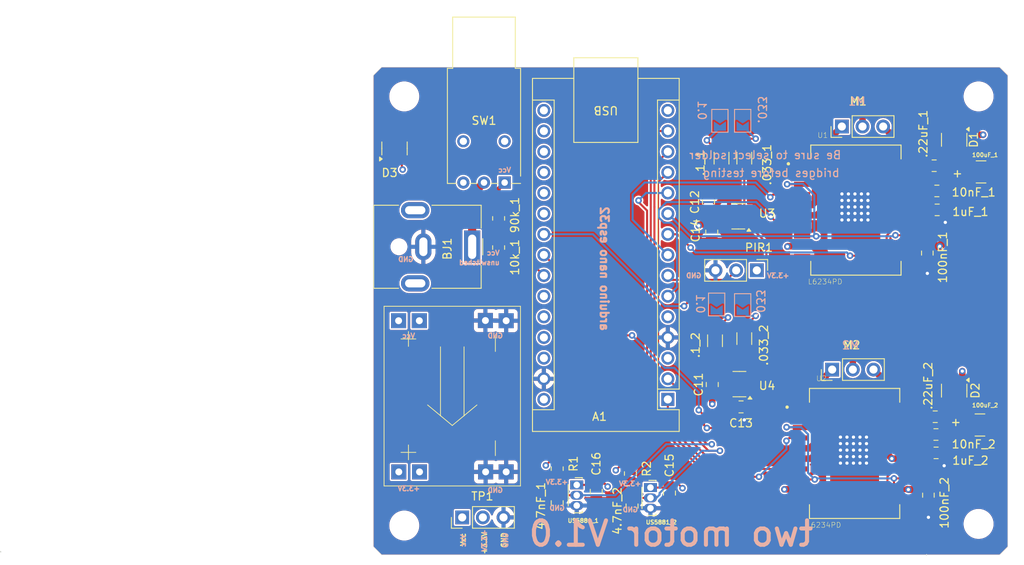
<source format=kicad_pcb>
(kicad_pcb (version 20240108) (generator "pcbnew") (generator_version "8.0")
  (layers (0 "F.Cu" signal) (1 "In1.Cu" signal) (2 "In2.Cu" signal) (31 "B.Cu" signal) (34 "B.Paste" user) (35 "F.Paste" user) (36 "B.SilkS" user "B.Silkscreen") (37 "F.SilkS" user "F.Silkscreen") (38 "B.Mask" user) (39 "F.Mask" user) (44 "Edge.Cuts" user))
  (net 0 "")
  (net 1 "VBOOT1")
  (net 2 "GND")
  (net 3 "VCP1")
  (net 4 "VREF1")
  (net 5 "Vcc")
  (net 6 "VBOOT2")
  (net 7 "VREF2")
  (net 8 "VCP2")
  (net 10 "M1_IN2")
  (net 11 "V1")
  (net 12 "U1")
  (net 13 "M1_IN1")
  (net 14 "M1_IN3")
  (net 15 "W1")
  (net 16 "W2")
  (net 17 "M2_IN3")
  (net 18 "M2_IN1")
  (net 19 "U2")
  (net 20 "V2")
  (net 21 "M2_IN2")
  (net 24 "PIR")
  (net 25 "SENSE1_2_out")
  (net 26 "Vcc_sense")
  (net 31 "+3.3V")
  (net 32 "SENSE1_1_out")
  (net 33 "M2_EN")
  (net 35 "M1_EN")
  (net 41 "Net-(SW1-B)")
  (net 42 "Net-(U3-REF)")
  (net 43 "Net-(U4-REF)")
  (net 44 "SENSE1_1")
  (net 45 "SENSE1_2")
  (net 47 "Net-(JP1-B)")
  (net 48 "Net-(JP3-B)")
  (net 49 "Net-(JP4-B)")
  (net 50 "Net-(.033_1-Pad2)")
  (net 51 "HS2")
  (net 52 "HS1")
  (net 53 "Net-(10nF_1-Pad1)")
  (net 54 "Net-(10nF_2-Pad1)")
  (footprint "Converter_DCDC:my_buck_boost" (layer "F.Cu") (at 147.7 133.475 -90)
    (property "Reference" "U5" (hide yes))
    (property "Value" "my_buck_boost" (hide yes))
  )
  (footprint "Capacitor_SMD:C_1210_3225Metric" (layer "F.Cu") (at 212.704 105.89)
    (property "Reference" "100uF_1")
    (property "Value" "100uF")
  )
  (footprint "Capacitor_SMD:C_0805_2012Metric" (layer "F.Cu") (at 206.1 115.8745 -90)
    (property "Reference" "100nF_1")
    (property "Value" "100nF")
  )
  (footprint "Capacitor_SMD:C_0805_2012Metric" (layer "F.Cu") (at 207.31 110.56)
    (property "Reference" "1uF_1")
    (property "Value" "1uF")
  )
  (footprint "SOIC127P1420X360-21N" (layer "F.Cu") (at 197.32 110.59)
    (property "Reference" "U1")
    (property "Value" "L6234PD")
  )
  (footprint "Capacitor_SMD:C_0805_2012Metric" (layer "F.Cu") (at 207.2725 108.23 180)
    (property "Reference" "10nF_1")
    (property "Value" "10nF")
  )
  (footprint "Capacitor_SMD:C_0805_2012Metric" (layer "F.Cu") (at 206.9405 105.128 180)
    (property "Reference" ".22uF_1")
    (property "Value" ".22uF")
  )
  (footprint "SOIC127P1420X360-21N" (layer "F.Cu") (at 197.16 140.53)
    (property "Reference" "U2")
    (property "Value" "L6234PD")
  )
  (footprint "Capacitor_SMD:C_0805_2012Metric" (layer "F.Cu") (at 207.07 136.012 180)
    (property "Reference" ".22uF_2")
    (property "Value" ".22uF")
  )
  (footprint "Capacitor_SMD:C_0805_2012Metric" (layer "F.Cu") (at 207.16 138.2 180)
    (property "Reference" "10nF_2")
    (property "Value" "10nF")
  )
  (footprint "Capacitor_SMD:C_1210_3225Metric" (layer "F.Cu") (at 212.57 137.028)
    (property "Reference" "100uF_2")
    (property "Value" "100uF")
  )
  (footprint "Capacitor_SMD:C_0805_2012Metric" (layer "F.Cu") (at 206.234 145.664 -90)
    (property "Reference" "100nF_2")
    (property "Value" "100nF")
  )
  (footprint "Capacitor_SMD:C_0805_2012Metric" (layer "F.Cu") (at 207.1775 140.46)
    (property "Reference" "1uF_2")
    (property "Value" "1uF")
  )
  (footprint "Connector_PinHeader_2.54mm:PinHeader_1x03_P2.54mm_Vertical" (layer "F.Cu") (at 195.593 100.305 90)
    (property "Reference" "M1")
    (property "Value" "Conn_01x03")
  )
  (footprint "Connector_PinHeader_2.54mm:PinHeader_1x03_P2.54mm_Vertical" (layer "F.Cu") (at 194.4025 130.21 90)
    (property "Reference" "M2")
    (property "Value" "Conn_01x03")
  )
  (footprint "Connector_BarrelJack:BarrelJack_CUI_PJ-063AH_Horizontal" (layer "F.Cu") (at 150.145 115.1 -90)
    (property "Reference" "BJ1")
    (property "Value" "Barrel_Jack")
  )
  (footprint "MountingHole:MountingHole_3.2mm_M3" (layer "F.Cu") (at 212.4 149.2)
    (property "Reference" "REF**" (hide yes))
    (property "Value" "MountingHole_3.2mm_M3" (hide yes))
  )
  (footprint "Button_Switch_THT:SW_NKK_BB15AH" (layer "F.Cu") (at 154.14 107.2 180)
    (property "Reference" "SW1")
    (property "Value" "SW_SPDT")
  )
  (footprint "MountingHole:MountingHole_3.2mm_M3" (layer "F.Cu") (at 141.8 149.4)
    (property "Reference" "REF**" (hide yes))
    (property "Value" "MountingHole_3.2mm_M3" (hide yes))
  )
  (footprint "MountingHole:MountingHole_3.2mm_M3" (layer "F.Cu") (at 212.4 96.6)
    (property "Reference" "REF**" (hide yes))
    (property "Value" "MountingHole_3.2mm_M3" (hide yes))
  )
  (footprint "Sensor_Current:Diodes_SIP-3_4.1x1.5mm_P1.27mm" (layer "F.Cu") (at 163 144.4 -90)
    (property "Reference" "US5881_1")
    (property "Value" "hall_effect_three_wire")
  )
  (footprint "Resistor_SMD:R_0805_2012Metric" (layer "F.Cu") (at 160.6 142.4 -90)
    (property "Reference" "R1")
    (property "Value" "10k")
  )
  (footprint "Capacitor_SMD:C_0805_2012Metric" (layer "F.Cu") (at 169.8 147 -90)
    (property "Reference" "4.7nF_2")
    (property "Value" "4.7nF")
  )
  (footprint "Resistor_SMD:R_0805_2012Metric" (layer "F.Cu") (at 153.4 111.60625 -90)
    (property "Reference" "90k_1")
    (property "Value" "90k")
  )
  (footprint "Connector_PinHeader_2.54mm:PinHeader_1x03_P2.54mm_Vertical" (layer "F.Cu") (at 185.14 118 -90)
    (property "Reference" "PIR1")
    (property "Value" "Conn_01x03")
  )
  (footprint "Resistor_SMD:R_0805_2012Metric" (layer "F.Cu") (at 153.4 115.19375 -90)
    (property "Reference" "10k_1")
    (property "Value" "10k")
  )
  (footprint "Package_TO_SOT_SMD:SOT-23-6" (layer "F.Cu") (at 183 132 180)
    (property "Reference" "U4")
    (property "Value" "INA181")
  )
  (footprint "Resistor_SMD:R_1206_3216Metric" (layer "F.Cu") (at 180.8 104.2 90)
    (property "Reference" ".1_1")
    (property "Value" ".1")
  )
  (footprint "Resistor_SMD:R_1206_3216Metric" (layer "F.Cu") (at 183.6 104.2 90)
    (property "Reference" ".033_1")
    (property "Value" ".033")
  )
  (footprint "Capacitor_SMD:C_0805_2012Metric" (layer "F.Cu") (at 179.6625 132.05 90)
    (property "Reference" "C11")
    (property "Value" "100nF")
  )
  (footprint "Package_TO_SOT_SMD:SOT-23-3" (layer "F.Cu") (at 209.4 132.8 -90)
    (property "Reference" "D2")
    (property "Value" "BAT54S")
  )
  (footprint "Resistor_SMD:R_0805_2012Metric" (layer "F.Cu") (at 169.6 143 -90)
    (property "Reference" "R2")
    (property "Value" "10k")
  )
  (footprint "Package_TO_SOT_SMD:SOT-23-3" (layer "F.Cu") (at 140.6 103 90)
    (property "Reference" "D3")
    (property "Value" "BAT54S")
  )
  (footprint "Capacitor_SMD:C_0805_2012Metric" (layer "F.Cu") (at 183.2 134.8)
    (property "Reference" "C13")
    (property "Value" "100nF")
  )
  (footprint "Connector_PinHeader_2.54mm:PinHeader_1x03_P2.54mm_Vertical" (layer "F.Cu") (at 148.92 148.4 90)
    (property "Reference" "TP1")
    (property "Value" "Conn_01x03")
  )
  (footprint "Capacitor_SMD:C_0805_2012Metric" (layer "F.Cu") (at 179.2 109.6 90)
    (property "Reference" "C12")
    (property "Value" "100nF")
  )
  (footprint "Module:Arduino_Nano" (layer "F.Cu") (at 174.2 133.88 180)
    (property "Reference" "A1")
    (property "Value" "Arduino_Nano_ESP32")
  )
  (footprint "Sensor_Current:Diodes_SIP-3_4.1x1.5mm_P1.27mm" (layer "F.Cu") (at 172.065 144.73 -90)
    (property "Reference" "US5881_2")
    (property "Value" "hall_effect_three_wire")
  )
  (footprint "Capacitor_SMD:C_0805_2012Metric" (layer "F.Cu") (at 165.4 145.2 -90)
    (property "Reference" "C16")
    (property "Value" "100nF")
  )
  (footprint "MountingHole:MountingHole_3.2mm_M3" (layer "F.Cu") (at 141.8 96.6)
    (property "Reference" "REF**" (hide yes))
    (property "Value" "MountingHole_3.2mm_M3" (hide yes))
  )
  (footprint "Resistor_SMD:R_1206_3216Metric" (layer "F.Cu") (at 180 126.6625 90)
    (property "Reference" ".1_2")
    (property "Value" ".1")
  )
  (footprint "Resistor_SMD:R_1206_3216Metric" (layer "F.Cu") (at 183.6 126.4 90)
    (property "Reference" ".033_2")
    (property "Value" ".033")
  )
  (footprint "Package_TO_SOT_SMD:SOT-23-3" (layer "F.Cu") (at 209.4 101.9375 -90)
    (property "Reference" "D1")
    (property "Value" "BAT54S")
  )
  (footprint "Capacitor_SMD:C_0805_2012Metric" (layer "F.Cu") (at 160.6 146.6 -90)
    (property "Reference" "4.7nF_1")
    (property "Value" "4.7nF")
  )
  (footprint "Package_TO_SOT_SMD:SOT-23-6" (layer "F.Cu") (at 182.8625 111.35 180)
    (property "Reference" "U3")
    (property "Value" "INA181")
  )
  (footprint "Capacitor_SMD:C_0805_2012Metric" (layer "F.Cu") (at 179.6 113.3 -90)
    (property "Reference" "C14")
    (property "Value" "100nF")
  )
  (footprint "Capacitor_SMD:C_0805_2012Metric" (layer "F.Cu") (at 174.4 145.4 -90)
    (property "Reference" "C15")
    (property "Value" "100nF")
  )
  (footprint "Jumper:SolderJumper-2_P1.3mm_Open_TrianglePad1.0x1.5mm" (layer "B.Cu") (at 183.4 99.6 -90)
    (property "Reference" "JP5" (hide yes))
    (property "Value" "SolderJumper_2_Open")
  )
  (footprint "Jumper:SolderJumper-2_P1.3mm_Open_TrianglePad1.0x1.5mm" (layer "B.Cu") (at 180.6 99.6 -90)
    (property "Reference" "JP1" (hide yes))
    (property "Value" "SolderJumper_2_Open")
  )
  (footprint "Jumper:SolderJumper-2_P1.3mm_Open_TrianglePad1.0x1.5mm" (layer "B.Cu") (at 180.2 122.2 -90)
    (property "Reference" "JP4" (hide yes))
    (property "Value" "SolderJumper_2_Open")
  )
  (footprint "Jumper:SolderJumper-2_P1.3mm_Open_TrianglePad1.0x1.5mm" (layer "B.Cu") (at 183.4 122.275 -90)
    (property "Reference" "JP3" (hide yes))
    (property "Value" "SolderJumper_2_Open")
  )
  (gr_line (start 206.004826 152.991364) (end 206 153) (stroke (width 0.099999)) (layer "Edge.Cuts"))
  (gr_poly (pts (xy 139 93) (xy 138 94) (xy 138 152) (xy 139 153) (xy 215 153) (xy 216 152) (xy 216 94) (xy 215 93)) (stroke (width 0.05)) (fill none) (layer "Edge.Cuts"))
  (gr_line (start 205.958344 153.022352) (end 205.955804 153.022098) (stroke (width 0.099999)) (layer "Edge.Cuts"))
  (gr_line (start 206.008636 152.97206) (end 206.008382 152.9746) (stroke (width 0.099999)) (layer "Edge.Cuts"))
  (gr_line (start 92.20454 152.640037) (end 92.202 152.640291) (stroke (width 0.099999)) (layer "Edge.Cuts"))
  (gr_line (start 92.160344 152.617939) (end 92.155517 152.609303) (stroke (width 0.099999)) (layer "Edge.Cuts"))
  (gr_line (start 92.152723 152.599905) (end 92.151707 152.589999) (stroke (width 0.099999)) (layer "Edge.Cuts"))
  (gr_line (start 205.986284 153.013716) (end 205.977648 153.018542) (stroke (width 0.099999)) (layer "Edge.Cuts"))
  (gr_line (start 92.155517 152.609303) (end 92.152723 152.599905) (stroke (width 0.099999)) (layer "Edge.Cuts"))
  (gr_line (start 92.16644 152.625559) (end 92.160344 152.617939) (stroke (width 0.099999)) (layer "Edge.Cuts"))
  (gr_line (start 92.202 152.640291) (end 92.192094 152.639275) (stroke (width 0.099999)) (layer "Edge.Cuts"))
  (gr_line (start 206.008382 152.96952) (end 206.008636 152.97206) (stroke (width 0.099999)) (layer "Edge.Cuts"))
  (gr_line (start 205.96825 153.021336) (end 205.958344 153.022352) (stroke (width 0.099999)) (layer "Edge.Cuts"))
  (gr_line (start 92.174059 152.631655) (end 92.16644 152.625559) (stroke (width 0.099999)) (layer "Edge.Cuts"))
  (gr_line (start 92.151707 152.589999) (end 92.151962 152.587459) (stroke (width 0.099999)) (layer "Edge.Cuts"))
  (gr_line (start 205.977648 153.018542) (end 205.96825 153.021336) (stroke (width 0.099999)) (layer "Edge.Cuts"))
  (gr_line (start 92.182696 152.636481) (end 92.174059 152.631655) (stroke (width 0.099999)) (layer "Edge.Cuts"))
  (gr_line (start 206 153) (end 205.993904 153.00762) (stroke (width 0.099999)) (layer "Edge.Cuts"))
  (gr_line (start 92.192094 152.639275) (end 92.182696 152.636481) (stroke (width 0.099999)) (layer "Edge.Cuts"))
  (gr_line (start 206.00762 152.981966) (end 206.004826 152.991364) (stroke (width 0.099999)) (layer "Edge.Cuts"))
  (gr_line (start 205.993904 153.00762) (end 205.986284 153.013716) (stroke (width 0.099999)) (layer "Edge.Cuts"))
  (gr_line (start 206.008382 152.9746) (end 206.00762 152.981966) (stroke (width 0.099999)) (layer "Edge.Cuts"))
  (gr_text "unswitched\n" (at 153.6 117.4 0) (layer "B.SilkS") (effects (font (size 0.6 0.6)) (justify left bottom mirror)))
  (gr_text "Be sure to select solder" (at 195.6 104.4 0) (layer "B.SilkS") (effects (font (size 1 1)) (justify left bottom mirror)))
  (gr_text "+3.3V\n" (at 143.8 145.2 0) (layer "B.SilkS") (effects (font (size 0.6 0.6)) (justify left bottom mirror)))
  (gr_text "+3.3V\n" (at 152 149.8 90) (layer "B.SilkS") (effects (font (size 0.6 0.6)) (justify left bottom mirror)))
  (gr_text "GND" (at 154 126.4 0) (layer "B.SilkS") (effects (font (size 0.6 0.6)) (justify left bottom mirror)))
  (gr_text "bridges before testing" (at 195.4 106.6 0) (layer "B.SilkS") (effects (font (size 1 1)) (justify left bottom mirror)))
  (gr_text "+3.3V\n" (at 162 144.4 0) (layer "B.SilkS") (effects (font (size 0.6 0.6)) (justify left bottom mirror)))
  (gr_text "GND" (at 178.4 119 0) (layer "B.SilkS") (effects (font (size 0.6 0.6)) (justify left bottom mirror)))
  (gr_text "0.1\n" (at 177.6 123.4 270) (layer "B.SilkS") (effects (font (size 1 1)) (justify left bottom mirror)))
  (gr_text ".033" (at 185.2 100 -90) (layer "B.SilkS") (effects (font (size 1 1)) (justify left bottom mirror)))
  (gr_text "GND" (at 154.6 150.2 90) (layer "B.SilkS") (effects (font (size 0.6 0.6)) (justify left bottom mirror)))
  (gr_text "+3.3V\n" (at 171 144.6 0) (layer "B.SilkS") (effects (font (size 0.6 0.6)) (justify left bottom mirror)))
  (gr_text "arduino nano esp32" (at 166.4 117.8 -90) (layer "B.SilkS") (effects (font (size 1 1) (thickness 0.25) (bold yes)) (justify mirror)))
  (gr_text "GND" (at 161.6 147.6 0) (layer "B.SilkS") (effects (font (size 0.6 0.6)) (justify left bottom mirror)))
  (gr_text "M1" (at 198.6 97.8 0) (layer "B.SilkS") (effects (font (size 1 1)) (justify left bottom mirror)))
  (gr_text ".033" (at 185 123.8 -90) (layer "B.SilkS") (effects (font (size 1 1)) (justify left bottom mirror)))
  (gr_text "two motor V1.0" (at 174.6 150.4 0) (layer "B.SilkS") (effects (font (size 3 3) (thickness 0.5) (bold yes)) (justify mirror)))
  (gr_text "Vcc" (at 143.2 126.4 0) (layer "B.SilkS") (effects (font (size 0.6 0.6)) (justify left bottom mirror)))
  (gr_text "+3.3V\n" (at 189.2 119 0) (layer "B.SilkS") (effects (font (size 0.6 0.6)) (justify left bottom mirror)))
  (gr_text "M2" (at 197.8 127.8 0) (layer "B.SilkS") (effects (font (size 1 1)) (justify left bottom mirror)))
  (gr_text "GND" (at 143 117 0) (layer "B.SilkS") (effects (font (size 0.6 0.6)) (justify left bottom mirror)))
  (gr_text "Vcc" (at 153.6 116.2 0) (layer "B.SilkS") (effects (font (size 0.6 0.6)) (justify left bottom mirror)))
  (gr_text "GND" (at 170.6 147.8 0) (layer "B.SilkS") (effects (font (size 0.6 0.6)) (justify left bottom mirror)))
  (gr_text "Vcc" (at 155 106 0) (layer "B.SilkS") (effects (font (size 0.6 0.6)) (justify left bottom mirror)))
  (gr_text "0.1\n" (at 177.8 99.6 270) (layer "B.SilkS") (effects (font (size 1 1)) (justify left bottom mirror)))
  (gr_text "GND" (at 154 145.4 0) (layer "B.SilkS") (effects (font (size 0.6 0.6)) (justify left bottom mirror)))
  (gr_text "Vcc\n" (at 149.4 150.4 90) (layer "B.SilkS") (effects (font (size 0.6 0.6)) (justify left bottom mirror)))
  (gr_text "+" (at 209.8 106.2 180) (layer "F.SilkS") (effects (font (size 1 1))))
  (gr_text "Vcc\n" (at 149.4 152 90) (layer "F.SilkS") (effects (font (size 0.6 0.6)) (justify left bottom)))
  (gr_text "GND" (at 154.4 152.2 90) (layer "F.SilkS") (effects (font (size 0.6 0.6)) (justify left bottom)))
  (gr_text "+3.3V\n" (at 152 153 90) (layer "F.SilkS") (effects (font (size 0.6 0.6)) (justify left bottom)))
  (gr_text "+" (at 209.6 136.8 180) (layer "F.SilkS") (effects (font (size 1 1))))
  (segment (start 208.1475 104.87) (end 208.1475 101.5725) (width 0.25) (layer "F.Cu") (net 1))
  (segment (start 207.591263 105.426237) (end 207.591263 106.248737) (width 0.25) (layer "F.Cu") (net 1))
  (segment (start 203.93 107.415) (end 205.6025 107.415) (width 0.25) (layer "F.Cu") (net 1))
  (segment (start 208.1475 101.5725) (end 208.39 101.33) (width 0.25) (layer "F.Cu") (net 1))
  (segment (start 205.6025 107.415) (end 206.4475 106.57) (width 0.25) (layer "F.Cu") (net 1))
  (segment (start 206.4475 106.57) (end 207.27 106.57) (width 0.25) (layer "F.Cu") (net 1))
  (segment (start 208.1475 104.87) (end 207.591263 105.426237) (width 0.25) (layer "F.Cu") (net 1))
  (segment (start 207.591263 106.248737) (end 207.27 106.57) (width 0.25) (layer "F.Cu") (net 1))
  (segment (start 208.1075 141.9775) (end 208.17 142.04) (width 0.25) (layer "F.Cu") (net 2))
  (segment (start 208.1075 140.5) (end 208.1075 141.9775) (width 0.25) (layer "F.Cu") (net 2))
  (segment (start 214.104 103.2615) (end 214.2405 103.125) (width 1) (layer "F.Cu") (net 2))
  (segment (start 205.8775 146.245) (end 206.234 146.6015) (width 0.25) (layer "F.Cu") (net 2))
  (segment (start 206.1 116.812) (end 206.1 118.375) (width 0.8) (layer "F.Cu") (net 2))
  (segment (start 203.93 116.305) (end 205.593 116.305) (width 0.8) (layer "F.Cu") (net 2))
  (segment (start 203.77 146.245) (end 205.8775 146.245) (width 0.25) (layer "F.Cu") (net 2))
  (segment (start 206.234 146.6015) (end 206.234 148.3885) (width 1) (layer "F.Cu") (net 2))
  (segment (start 213.97 137.028) (end 213.97 135.603) (width 1) (layer "F.Cu") (net 2))
  (segment (start 184.15 134.8) (end 184.15 135.85) (width 0.25) (layer "F.Cu") (net 2))
  (segment (start 208.2475 110.56) (end 208.2475 112.0375) (width 0.25) (layer "F.Cu") (net 2))
  (segment (start 184.15 135.85) (end 183.6 136.4) (width 0.25) (layer "F.Cu") (net 2))
  (segment (start 213.97 135.603) (end 214.108 135.465) (width 1) (layer "F.Cu") (net 2))
  (segment (start 203.93 106.145) (end 203.93 104.875) (width 0.25) (layer "F.Cu") (net 2))
  (segment (start 214.108 135.465) (end 214.108 134.678) (width 1) (layer "F.Cu") (net 2))
  (segment (start 214.104 105.89) (end 214.104 103.2615) (width 1) (layer "F.Cu") (net 2))
  (segment (start 205.593 116.305) (end 206.1 116.812) (width 0.8) (layer "F.Cu") (net 2))
  (segment (start 203.93 104.875) (end 206.2675 104.875) (width 0.25) (layer "F.Cu") (net 2))
  (segment (start 208.2475 112.0375) (end 208.31 112.1) (width 0.25) (layer "F.Cu") (net 2))
  (via (at 208.31 112.1) (size 0.8) (drill 0.4) (layers "F.Cu" "B.Cu") (net 2))
  (via (at 198 111.8) (size 0.8) (drill 0.4) (layers "F.Cu" "B.Cu") (net 2))
  (via (at 197.2 111.8) (size 0.8) (drill 0.4) (layers "F.Cu" "B.Cu") (net 2))
  (via (at 196.4 111.8) (size 0.8) (drill 0.4) (layers "F.Cu" "B.Cu") (net 2))
  (via (at 195.6 111.8) (size 0.8) (drill 0.4) (layers "F.Cu" "B.Cu") (net 2))
  (via (at 198.8 111) (size 0.8) (drill 0.4) (layers "F.Cu" "B.Cu") (net 2))
  (via (at 198 111) (size 0.8) (drill 0.4) (layers "F.Cu" "B.Cu") (net 2))
  (via (at 197.2 111) (size 0.8) (drill 0.4) (layers "F.Cu" "B.Cu") (net 2))
  (via (at 196.4 111) (size 0.8) (drill 0.4) (layers "F.Cu" "B.Cu") (net 2))
  (via (at 195.6 111) (size 0.8) (drill 0.4) (layers "F.Cu" "B.Cu") (net 2))
  (via (at 198.8 110.2) (size 0.8) (drill 0.4) (layers "F.Cu" "B.Cu") (net 2))
  (via (at 198 110.2) (size 0.8) (drill 0.4) (layers "F.Cu" "B.Cu") (net 2))
  (via (at 197.2 110.2) (size 0.8) (drill 0.4) (layers "F.Cu" "B.Cu") (net 2))
  (via (at 196.4 110.2) (size 0.8) (drill 0.4) (layers "F.Cu" "B.Cu") (net 2))
  (via (at 195.6 110.2) (size 0.8) (drill 0.4) (layers "F.Cu" "B.Cu") (net 2))
  (via (at 198.8 109.4) (size 0.8) (drill 0.4) (layers "F.Cu" "B.Cu") (net 2))
  (via (at 198 109.4) (size 0.8) (drill 0.4) (layers "F.Cu" "B.Cu") (net 2))
  (via (at 197.2 109.4) (size 0.8) (drill 0.4) (layers "F.Cu" "B.Cu") (net 2))
  (via (at 196.4 109.4) (size 0.8) (drill 0.4) (layers "F.Cu" "B.Cu") (net 2))
  (via (at 195.6 109.4) (size 0.8) (drill 0.4) (layers "F.Cu" "B.Cu") (net 2))
  (via (at 198.8 108.6) (size 0.8) (drill 0.4) (layers "F.Cu" "B.Cu") (net 2))
  (via (at 198 108.6) (size 0.8) (drill 0.4) (layers "F.Cu" "B.Cu") (net 2))
  (via (at 197.2 108.6) (size 0.8) (drill 0.4) (layers "F.Cu" "B.Cu") (net 2))
  (via (at 196.4 108.6) (size 0.8) (drill 0.4) (layers "F.Cu" "B.Cu") (net 2))
  (via (at 195.6 108.6) (size 0.8) (drill 0.4) (layers "F.Cu" "B.Cu") (net 2))
  (via (at 197.82 140.92) (size 0.8) (drill 0.4) (layers "F.Cu" "B.Cu") (net 2))
  (via (at 198.62 140.92) (size 0.8) (drill 0.4) (layers "F.Cu" "B.Cu") (net 2))
  (via (at 197.82 141.72) (size 0.8) (drill 0.4) (layers "F.Cu" "B.Cu") (net 2))
  (via (at 197.02 141.72) (size 0.8) (drill 0.4) (layers "F.Cu" "B.Cu") (net 2))
  (via (at 196.22 141.72) (size 0.8) (drill 0.4) (layers "F.Cu" "B.Cu") (net 2))
  (via (at 195.42 141.72) (size 0.8) (drill 0.4) (layers "F.Cu" "B.Cu") (net 2))
  (via (at 197.02 139.32) (size 0.8) (drill 0.4) (layers "F.Cu" "B.Cu") (net 2))
  (via (at 198.62 139.32) (size 0.8) (drill 0.4) (layers "F.Cu" "B.Cu") (net 2))
  (via (at 195.42 140.12) (size 0.8) (drill 0.4) (layers "F.Cu" "B.Cu") (net 2))
  (via (at 195.42 139.32) (size 0.8) (drill 0.4) (layers "F.Cu" "B.Cu") (net 2))
  (via (at 197.82 139.32) (size 0.8) (drill 0.4) (layers "F.Cu" "B.Cu") (net 2))
  (via (at 198.62 138.52) (size 0.8) (drill 0.4) (layers "F.Cu" "B.Cu") (net 2))
  (via (at 196.22 140.12) (size 0.8) (drill 0.4) (layers "F.Cu" "B.Cu") (net 2))
  (via (at 196.22 138.52) (size 0.8) (drill 0.4) (layers "F.Cu" "B.Cu") (net 2))
  (via (at 197.82 138.52) (size 0.8) (drill 0.4) (layers "F.Cu" "B.Cu") (net 2))
  (via (at 196.22 139.32) (size 0.8) (drill 0.4) (layers "F.Cu" "B.Cu") (net 2))
  (via (at 197.02 138.52) (size 0.8) (drill 0.4) (layers "F.Cu" "B.Cu") (net 2))
  (via (at 197.02 140.12) (size 0.8) (drill 0.4) (layers "F.Cu" "B.Cu") (net 2))
  (via (at 198.62 140.12) (size 0.8) (drill 0.4) (layers "F.Cu" "B.Cu") (net 2))
  (via (at 197.82 140.12) (size 0.8) (drill 0.4) (layers "F.Cu" "B.Cu") (net 2))
  (via (at 198.62 141.72) (size 0.8) (drill 0.4) (layers "F.Cu" "B.Cu") (net 2))
  (via (at 196.22 140.92) (size 0.8) (drill 0.4) (layers "F.Cu" "B.Cu") (net 2))
  (via (at 197.02 140.92) (size 0.8) (drill 0.4) (layers "F.Cu" "B.Cu") (net 2))
  (via (at 195.42 140.92) (size 0.8) (drill 0.4) (layers "F.Cu" "B.Cu") (net 2))
  (via (at 195.42 138.52) (size 0.8) (drill 0.4) (layers "F.Cu" "B.Cu") (net 2))
  (via (at 208.17 142.04) (size 0.8) (drill 0.4) (layers "F.Cu" "B.Cu") (net 2))
  (via (at 198.8 111.8) (size 0.8) (drill 0.4) (layers "F.Cu" "B.Cu") (net 2))
  (via (at 206.1 118.375) (size 0.8) (drill 0.4) (layers "F.Cu" "B.Cu") (net 2))
  (via (at 206.234 148.3885) (size 0.8) (drill 0.4) (layers "F.Cu" "B.Cu") (net 2))
  (via (at 183.6 136.4) (size 0.8) (drill 0.4) (layers "F.Cu" "B.Cu") (net 2))
  (segment (start 203.93 108.685) (end 205.88 108.685) (width 0.25) (layer "F.Cu") (net 3))
  (segment (start 205.88 108.685) (end 206.335 108.23) (width 0.25) (layer "F.Cu") (net 3))
  (segment (start 203.93 109.955) (end 205.7675 109.955) (width 0.25) (layer "F.Cu") (net 4))
  (segment (start 205.7675 109.955) (end 206.3725 110.56) (width 0.25) (layer "F.Cu") (net 4))
  (segment (start 206.2275 115.0525) (end 203.9475 115.0525) (width 0.8) (layer "F.Cu") (net 5))
  (segment (start 190.32 144.945) (end 188.535 144.945) (width 0.8) (layer "F.Cu") (net 5))
  (segment (start 205.9275 144.9325) (end 203.6475 144.9325) (width 0.8) (layer "F.Cu") (net 5))
  (segment (start 206.26 144.9325) (end 206.0375 144.9325) (width 0.8) (layer "F.Cu") (net 5))
  (segment (start 188.535 144.945) (end 188.53 144.95) (width 0.8) (layer "F.Cu") (net 5))
  (segment (start 203.6475 144.9325) (end 203.63 144.915) (width 0.8) (layer "F.Cu") (net 5))
  (segment (start 206.0375 144.9325) (end 205.9275 144.9325) (width 0.8) (layer "F.Cu") (net 5))
  (segment (start 206.0875 144.9925) (end 203.8075 144.9925) (width 0.8) (layer "F.Cu") (net 5))
  (segment (start 208.8825 144.9925) (end 206.42 144.9925) (width 0.8) (layer "F.Cu") (net 5))
  (segment (start 206.1975 144.9925) (end 206.0875 144.9925) (width 0.8) (layer "F.Cu") (net 5))
  (segment (start 206.42 144.9925) (end 206.1975 144.9925) (width 0.8) (layer "F.Cu") (net 5))
  (segment (start 203.8075 144.9925) (end 203.79 144.975) (width 0.8) (layer "F.Cu") (net 5))
  (segment (start 212.958 101.318) (end 212.958 101.318) (width 0.8) (layer "F.Cu") (net 5))
  (segment (start 211.07 142.88) (end 208.92 145.03) (width 0.8) (layer "F.Cu") (net 5))
  (segment (start 153.4 110.69375) (end 152.7 110.69375) (width 0.5) (layer "F.Cu") (net 5))
  (segment (start 211.202 101.318) (end 212.958 101.318) (width 0.8) (layer "F.Cu") (net 5))
  (segment (start 188.93875 115.035) (end 188.89875 115.075) (width 0.8) (layer "F.Cu") (net 5))
  (segment (start 210.4 132.05) (end 210.232 132.218) (width 0.8) (layer "F.Cu") (net 5))
  (segment (start 211.202 101.318) (end 211.304 101.42) (width 1) (layer "F.Cu") (net 5))
  (segment (start 211.304 111.354) (end 211.304 105.89) (width 1) (layer "F.Cu") (net 5))
  (segment (start 211.304 101.42) (end 211.304 105.89) (width 1) (layer "F.Cu") (net 5))
  (segment (start 206.56 115.0525) (end 206.3375 115.0525) (width 0.8) (layer "F.Cu") (net 5))
  (segment (start 206.197 115.034) (end 206.1 114.937) (width 1) (layer "F.Cu") (net 5))
  (segment (start 203.9475 115.0525) (end 203.93 115.035) (width 0.8) (layer "F.Cu") (net 5))
  (segment (start 210.4 130.4) (end 210.4 132.05) (width 0.8) (layer "F.Cu") (net 5))
  (segment (start 153.4 107.94) (end 154.14 107.2) (width 0.5) (layer "F.Cu") (net 5))
  (segment (start 210.29 101.33) (end 211.19 101.33) (width 0.8) (layer "F.Cu") (net 5))
  (segment (start 153.4 110.69375) (end 153.4 107.94) (width 0.5) (layer "F.Cu") (net 5))
  (segment (start 211.07 133.056) (end 210.232 132.218) (width 0.8) (layer "F.Cu") (net 5))
  (segment (start 207.624 115.034) (end 211.304 111.354) (width 1) (layer "F.Cu") (net 5))
  (segment (start 211.07 142.88) (end 211.07 133.056) (width 0.8) (layer "F.Cu") (net 5))
  (segment (start 190.71 115.035) (end 188.93875 115.035) (width 0.8) (layer "F.Cu") (net 5))
  (segment (start 206.3375 115.0525) (end 206.2275 115.0525) (width 0.8) (layer "F.Cu") (net 5))
  (segment (start 211.19 101.33) (end 211.24 101.38) (width 0.8) (layer "F.Cu") (net 5))
  (segment (start 211.19 101.33) (end 211.202 101.318) (width 0.8) (layer "F.Cu") (net 5))
  (segment (start 207.624 115.034) (end 206.197 115.034) (width 1) (layer "F.Cu") (net 5))
  (via (at 188.53 144.95) (size 0.8) (drill 0.4) (layers "F.Cu" "B.Cu") (net 5))
  (via (at 207.624 115.034) (size 0.8) (drill 0.4) (layers "F.Cu" "B.Cu") (net 5))
  (via (at 203.77 144.975) (size 0.8) (drill 0.4) (layers "F.Cu" "B.Cu") (net 5))
  (via (at 212.958 101.318) (size 0.8) (drill 0.4) (layers "F.Cu" "B.Cu") (net 5))
  (via (at 210.4 130.4) (size 0.8) (drill 0.4) (layers "F.Cu" "B.Cu") (net 5))
  (via (at 188.89875 115.075) (size 0.8) (drill 0.4) (layers "F.Cu" "B.Cu") (net 5))
  (segment (start 205.32501 137.17499) (end 206.84451 137.17499) (width 0.25) (layer "F.Cu") (net 6))
  (segment (start 205.145 137.355) (end 205.4625 137.355) (width 0.25) (layer "F.Cu") (net 6))
  (segment (start 205.145 137.355) (end 205.32501 137.17499) (width 0.25) (layer "F.Cu") (net 6))
  (segment (start 203.79 137.355) (end 205.145 137.355) (width 0.25) (layer "F.Cu") (net 6))
  (segment (start 208.0075 132.9685) (end 208.332 132.644) (width 0.25) (layer "F.Cu") (net 6))
  (segment (start 208.0075 134.81) (end 208.0075 134.2385) (width 0.25) (layer "F.Cu") (net 6))
  (segment (start 208.0075 136.012) (end 208.0075 134.2385) (width 0.25) (layer "F.Cu") (net 6))
  (segment (start 208.332 132.644) (end 208.332 132.218) (width 0.25) (layer "F.Cu") (net 6))
  (segment (start 206.84451 137.17499) (end 208.0075 136.012) (width 0.25) (layer "F.Cu") (net 6))
  (segment (start 208.0075 134.2385) (end 208.0075 132.9685) (width 0.25) (layer "F.Cu") (net 6))
  (segment (start 205.6275 139.895) (end 206.2325 140.5) (width 0.25) (layer "F.Cu") (net 7))
  (segment (start 203.79 139.895) (end 205.6275 139.895) (width 0.25) (layer "F.Cu") (net 7))
  (segment (start 205.74 138.625) (end 206.195 138.17) (width 0.25) (layer "F.Cu") (net 8))
  (segment (start 203.79 138.625) (end 205.74 138.625) (width 0.25) (layer "F.Cu") (net 8))
  (segment (start 187.115 108.685) (end 186.8 109) (width 0.25) (layer "F.Cu") (net 10))
  (segment (start 190.71 108.685) (end 187.115 108.685) (width 0.25) (layer "F.Cu") (net 10))
  (via (at 186.8 109) (size 0.8) (drill 0.4) (layers "F.Cu" "B.Cu") (net 10))
  (segment (start 171.34901 107.2) (end 170.374505 108.174505) (width 0.25) (layer "B.Cu") (net 10))
  (segment (start 169.875 108.67401) (end 170.374505 108.174505) (width 0.25) (layer "B.Cu") (net 10))
  (segment (start 185 107.2) (end 171.34901 107.2) (width 0.25) (layer "B.Cu") (net 10))
  (segment (start 186.8 109) (end 185 107.2) (width 0.25) (layer "B.Cu") (net 10))
  (segment (start 174.2 116.1) (end 169.875 111.775) (width 0.25) (layer "B.Cu") (net 10))
  (segment (start 169.875 111.775) (end 169.875 108.67401) (width 0.25) (layer "B.Cu") (net 10))
  (segment (start 198.133 99.102919) (end 197.885081 98.855) (width 0.8) (layer "F.Cu") (net 11))
  (segment (start 191.95 109.955) (end 191.358439 109.955) (width 0.8) (layer "F.Cu") (net 11))
  (segment (start 192.305 109.6) (end 191.95 109.955) (width 0.8) (layer "F.Cu") (net 11))
  (segment (start 193.108439 100.153344) (end 192.305 100.956783) (width 0.8) (layer "F.Cu") (net 11))
  (segment (start 197.885081 98.855) (end 194.406783 98.855) (width 0.8) (layer "F.Cu") (net 11))
  (segment (start 198.133 100.305) (end 198.133 99.102919) (width 0.8) (layer "F.Cu") (net 11))
  (segment (start 191.95 109.955) (end 190.71 109.955) (width 0.8) (layer "F.Cu") (net 11))
  (segment (start 192.305 109.153344) (end 192.305 109.6) (width 0.8) (layer "F.Cu") (net 11))
  (segment (start 192.305 100.956783) (end 192.305 109.153344) (width 0.8) (layer "F.Cu") (net 11))
  (segment (start 194.406783 98.855) (end 193.108439 100.153344) (width 0.8) (layer "F.Cu") (net 11))
  (segment (start 193.72 102.178) (end 195.593 100.305) (width 0.8) (layer "F.Cu") (net 12))
  (segment (start 190.71 111.225) (end 192.505 111.225) (width 0.8) (layer "F.Cu") (net 12))
  (segment (start 192.505 111.225) (end 193.72 110.01) (width 0.8) (layer "F.Cu") (net 12))
  (segment (start 193.72 110.01) (end 193.72 102.178) (width 0.8) (layer "F.Cu") (net 12))
  (segment (start 187.953439 112.495) (end 186.858439 111.4) (width 0.25) (layer "F.Cu") (net 13))
  (segment (start 190.71 112.495) (end 187.953439 112.495) (width 0.25) (layer "F.Cu") (net 13))
  (via (at 186.858439 111.4) (size 0.8) (drill 0.4) (layers "F.Cu" "B.Cu") (net 13))
  (segment (start 173.075 110.554009) (end 174.024009 109.605) (width 0.25) (layer "B.Cu") (net 13))
  (segment (start 174.665991 112.145) (end 173.734009 112.145) (width 0.25) (layer "B.Cu") (net 13))
  (segment (start 174.024009 109.605) (end 176 109.605) (width 0.25) (layer "B.Cu") (net 13))
  (segment (start 175.325 120.055) (end 175.325 112.804009) (width 0.25) (layer "B.Cu") (net 13))
  (segment (start 175.325 112.804009) (end 174.665991 112.145) (width 0.25) (layer "B.Cu") (net 13))
  (segment (start 174.2 121.18) (end 175.325 120.055) (width 0.25) (layer "B.Cu") (net 13))
  (segment (start 173.734009 112.145) (end 173.075 111.485991) (width 0.25) (layer "B.Cu") (net 13))
  (segment (start 186.858439 111.4) (end 185.063439 109.605) (width 0.25) (layer "B.Cu") (net 13))
  (segment (start 173.075 111.485991) (end 173.075 110.554009) (width 0.25) (layer "B.Cu") (net 13))
  (segment (start 176 109.605) (end 178.195 109.605) (width 0.25) (layer "B.Cu") (net 13))
  (segment (start 185.063439 109.605) (end 176 109.605) (width 0.25) (layer "B.Cu") (net 13))
  (segment (start 196.6 116.2) (end 200.16 116.2) (width 0.25) (layer "F.Cu") (net 14))
  (segment (start 201.09875 115.26125) (end 201.09875 113.735945) (width 0.25) (layer "F.Cu") (net 14))
  (segment (start 200.16 116.2) (end 201.09875 115.26125) (width 0.25) (layer "F.Cu") (net 14))
  (segment (start 175.36 113.56) (end 177 115.2) (width 0.25) (layer "F.Cu") (net 14))
  (segment (start 201.09875 113.735945) (end 202.339695 112.495) (width 0.25) (layer "F.Cu") (net 14))
  (segment (start 202.339695 112.495) (end 203.93 112.495) (width 0.25) (layer "F.Cu") (net 14))
  (segment (start 174.2 113.56) (end 175.36 113.56) (width 0.25) (layer "F.Cu") (net 14))
  (via (at 177 115.2) (size 0.8) (drill 0.4) (layers "F.Cu" "B.Cu") (net 14))
  (via (at 196.6 116.2) (size 0.8) (drill 0.4) (layers "F.Cu" "B.Cu") (net 14))
  (segment (start 196.2 115.8) (end 196.6 116.2) (width 0.25) (layer "B.Cu") (net 14))
  (segment (start 177.6 115.8) (end 196.2 115.8) (width 0.25) (layer "B.Cu") (net 14))
  (segment (start 177 115.2) (end 177.6 115.8) (width 0.25) (layer "B.Cu") (net 14))
  (segment (start 201.843 109.818) (end 201.843 101.475) (width 0.8) (layer "F.Cu") (net 15))
  (segment (start 203.25 111.225) (end 201.843 109.818) (width 0.8) (layer "F.Cu") (net 15))
  (segment (start 201.843 101.475) (end 200.673 100.305) (width 0.8) (layer "F.Cu") (net 15))
  (segment (start 203.93 111.225) (end 203.25 111.225) (width 0.8) (layer "F.Cu") (net 15))
  (segment (start 201.735 141.165) (end 201.735 141.165) (width 0.5) (layer "F.Cu") (net 16))
  (segment (start 201.045439 131.772939) (end 201.045439 140.475439) (width 0.8) (layer "F.Cu") (net 16))
  (segment (start 201.735 141.165) (end 203.77 141.165) (width 0.8) (layer "F.Cu") (net 16))
  (segment (start 199.4825 130.21) (end 201.045439 131.772939) (width 0.8) (layer "F.Cu") (net 16))
  (segment (start 201.045439 140.475439) (end 201.735 141.165) (width 0.8) (layer "F.Cu") (net 16))
  (via (at 201.735 141.165) (size 0.8) (drill 0.4) (layers "F.Cu" "B.Cu") (net 16))
  (segment (start 198.59 147.55) (end 201.2 144.94) (width 0.25) (layer "F.Cu") (net 17))
  (segment (start 184.05 147.55) (end 198.59 147.55) (width 0.25) (layer "F.Cu") (net 17))
  (segment (start 201.2 144.94) (end 201.2 143.374695) (width 0.25) (layer "F.Cu") (net 17))
  (segment (start 174.2 100.86) (end 173.14 100.86) (width 0.25) (layer "F.Cu") (net 17))
  (segment (start 172.1 135.6) (end 184.05 147.55) (width 0.25) (layer "F.Cu") (net 17))
  (segment (start 173.14 100.86) (end 172.1 101.9) (width 0.25) (layer "F.Cu") (net 17))
  (segment (start 202.139695 142.435) (end 203.77 142.435) (width 0.25) (layer "F.Cu") (net 17))
  (segment (start 201.2 143.374695) (end 202.139695 142.435) (width 0.25) (layer "F.Cu") (net 17))
  (segment (start 172.1 101.9) (end 172.1 135.6) (width 0.25) (layer "F.Cu") (net 17))
  (segment (start 174.2 105.94) (end 173 107.14) (width 0.25) (layer "F.Cu") (net 18))
  (segment (start 180.505 142.435) (end 190.55 142.435) (width 0.25) (layer "F.Cu") (net 18))
  (segment (start 173 134.93) (end 180.505 142.435) (width 0.25) (layer "F.Cu") (net 18))
  (segment (start 173 107.14) (end 173 134.93) (width 0.25) (layer "F.Cu") (net 18))
  (segment (start 191.79 141.165) (end 193.56 139.395) (width 0.8) (layer "F.Cu") (net 19))
  (segment (start 193.56 131.0525) (end 194.4025 130.21) (width 0.8) (layer "F.Cu") (net 19))
  (segment (start 193.56 139.395) (end 193.56 131.0525) (width 0.8) (layer "F.Cu") (net 19))
  (segment (start 190.55 141.165) (end 191.79 141.165) (width 0.8) (layer "F.Cu") (net 19))
  (segment (start 192.545439 129.473344) (end 193.258783 128.76) (width 0.8) (layer "F.Cu") (net 20))
  (segment (start 196.832095 128.76) (end 196.9425 128.870405) (width 0.8) (layer "F.Cu") (net 20))
  (segment (start 191.645786 139.895) (end 192.545439 138.995347) (width 0.8) (layer "F.Cu") (net 20))
  (segment (start 193.258783 128.76) (end 196.832095 128.76) (width 0.8) (layer "F.Cu") (net 20))
  (segment (start 196.9425 128.870405) (end 196.9425 130.21) (width 0.8) (layer "F.Cu") (net 20))
  (segment (start 192.545439 138.995347) (end 192.545439 129.473344) (width 0.8) (layer "F.Cu") (net 20))
  (segment (start 190.55 139.895) (end 191.645786 139.895) (width 0.8) (layer "F.Cu") (net 20))
  (segment (start 173.4 136.2) (end 180.6 143.4) (width 0.25) (layer "F.Cu") (net 21))
  (segment (start 172.55 105.05) (end 172.55 110.2) (width 0.25) (layer "F.Cu") (net 21))
  (segment (start 172.55 110.2) (end 172.55 135.35) (width 0.25) (layer "F.Cu") (net 21))
  (segment (start 174.2 103.4) (end 172.55 105.05) (width 0.25) (layer "F.Cu") (net 21))
  (segment (start 188.781 138.973344) (end 189.129344 138.625) (width 0.25) (layer "F.Cu") (net 21))
  (segment (start 172.55 135.35) (end 173.4 136.2) (width 0.25) (layer "F.Cu") (net 21))
  (segment (start 189.129344 138.625) (end 190.55 138.625) (width 0.25) (layer "F.Cu") (net 21))
  (segment (start 180.6 143.4) (end 185.4 143.4) (width 0.25) (layer "F.Cu") (net 21))
  (via (at 185.4 143.4) (size 0.8) (drill 0.4) (layers "F.Cu" "B.Cu") (net 21))
  (via (at 188.781 138.973344) (size 0.8) (drill 0.4) (layers "F.Cu" "B.Cu") (net 21))
  (segment (start 185.4 143.4) (end 188.781 140.019) (width 0.25) (layer "B.Cu") (net 21))
  (segment (start 188.781 140.019) (end 188.781 138.973344) (width 0.25) (layer "B.Cu") (net 21))
  (segment (start 181.425 119.175) (end 174.735 119.175) (width 0.25) (layer "F.Cu") (net 24))
  (segment (start 174.735 119.175) (end 174.2 118.64) (width 0.25) (layer "F.Cu") (net 24))
  (segment (start 182.6 118) (end 181.425 119.175) (width 0.25) (layer "F.Cu") (net 24))
  (segment (start 185 137.4) (end 185.4 137) (width 0.25) (layer "F.Cu") (net 25))
  (segment (start 185.4 135.8) (end 185.35 135.85) (width 0.25) (layer "F.Cu") (net 25))
  (segment (start 178.65 137.05) (end 179 137.4) (width 0.25) (layer "F.Cu") (net 25))
  (segment (start 179 137.4) (end 185 137.4) (width 0.25) (layer "F.Cu") (net 25))
  (segment (start 178.65 135.85) (end 178.65 137.05) (width 0.25) (layer "F.Cu") (net 25))
  (segment (start 178 135.2) (end 178.65 135.85) (width 0.25) (layer "F.Cu") (net 25))
  (segment (start 169.8 126) (end 168.86 126) (width 0.25) (layer "F.Cu") (net 25))
  (segment (start 168.86 126) (end 158.96 116.1) (width 0.25) (layer "F.Cu") (net 25))
  (segment (start 185.4 134.2125) (end 185.4 135.8) (width 0.25) (layer "F.Cu") (net 25))
  (segment (start 184.1375 132.95) (end 185.4 134.2125) (width 0.25) (layer "F.Cu") (net 25))
  (segment (start 185.4 135.8) (end 185.4 137) (width 0.25) (layer "F.Cu") (net 25))
  (via (at 169.8 126) (size 0.8) (drill 0.4) (layers "F.Cu" "B.Cu") (net 25))
  (via (at 178 135.2) (size 0.8) (drill 0.4) (layers "F.Cu" "B.Cu") (net 25))
  (via (at 179 137.4) (size 0.8) (drill 0.4) (layers "F.Cu" "B.Cu") (net 25))
  (segment (start 173.809009 130) (end 169.809009 126) (width 0.25) (layer "B.Cu") (net 25))
  (segment (start 169.809009 126) (end 169.8 126) (width 0.25) (layer "B.Cu") (net 25))
  (segment (start 178 135.2) (end 178 133) (width 0.25) (layer "B.Cu") (net 25))
  (segment (start 178 133) (end 175 130) (width 0.25) (layer "B.Cu") (net 25))
  (segment (start 175 130) (end 173.809009 130) (width 0.25) (layer "B.Cu") (net 25))
  (segment (start 141.8625 101.8625) (end 145.8 105.8) (width 0.25) (layer "F.Cu") (net 26))
  (segment (start 155.6 106) (end 155.4 105.8) (width 0.25) (layer "F.Cu") (net 26))
  (segment (start 155.4 105.8) (end 145.8 105.8) (width 0.25) (layer "F.Cu") (net 26))
  (segment (start 153.4 112.51875) (end 153.4 114.28125) (width 0.25) (layer "F.Cu") (net 26))
  (segment (start 140.6 101.8625) (end 141.8625 101.8625) (width 0.25) (layer "F.Cu") (net 26))
  (segment (start 154.60125 114.28125) (end 158.96 118.64) (width 0.25) (layer "F.Cu") (net 26))
  (segment (start 153.4 114.28125) (end 154.60125 114.28125) (width 0.25) (layer "F.Cu") (net 26))
  (segment (start 155.6 110.31875) (end 155.6 106) (width 0.25) (layer "F.Cu") (net 26))
  (segment (start 153.4 112.51875) (end 155.6 110.31875) (width 0.25) (layer "F.Cu") (net 26))
  (segment (start 141.5 105.5) (end 141.6 105.6) (width 0.25) (layer "F.Cu") (net 31))
  (segment (start 163 144.4) (end 165.25 144.4) (width 0.25) (layer "F.Cu") (net 31))
  (segment (start 179.6625 133) (end 179.6625 134.45) (width 0.8) (layer "F.Cu") (net 31))
  (segment (start 169.6 142.0875) (end 168.3125 142.0875) (width 0.25) (layer "F.Cu") (net 31))
  (segment (start 179.6 112.35) (end 178.15 112.35) (width 0.8) (layer "F.Cu") (net 31))
  (segment (start 172.065 144.73) (end 174.12 144.73) (width 0.25) (layer "F.Cu") (net 31))
  (segment (start 181.725 112.3) (end 179.65 112.3) (width 0.8) (layer "F.Cu") (net 31))
  (segment (start 166.45 144.25) (end 166.8 144.6) (width 0.25) (layer "F.Cu") (net 31))
  (segment (start 141.5 104) (end 141.5 105.5) (width 0.25) (layer "F.Cu") (net 31))
  (segment (start 168.3125 142.0875) (end 167.8 142.6) (width 0.25) (layer "F.Cu") (net 31))
  (segment (start 174.12 144.73) (end 174.4 144.45) (width 0.25) (layer "F.Cu") (net 31))
  (segment (start 178.15 112.35) (end 178 112.5) (width 0.8) (layer "F.Cu") (net 31))
  (segment (start 160.6 141.4875) (end 159.7125 141.4875) (width 0.25) (layer "F.Cu") (net 31))
  (segment (start 165.25 144.4) (end 165.4 144.25) (width 0.25) (layer "F.Cu") (net 31))
  (segment (start 181.8625 132.95) (end 179.7125 132.95) (width 0.8) (layer "F.Cu") (net 31))
  (segment (start 165.4 144.25) (end 166.45 144.25) (width 0.25) (layer "F.Cu") (net 31))
  (segment (start 179.65 112.3) (end 179.6 112.35) (width 0.8) (layer "F.Cu") (net 31))
  (segment (start 175.65 144.45) (end 176 144.8) (width 0.25) (layer "F.Cu") (net 31))
  (segment (start 179.7125 132.95) (end 179.6625 133) (width 0.8) (layer "F.Cu") (net 31))
  (segment (start 159.7125 141.4875) (end 159.2 142) (width 0.25) (layer "F.Cu") (net 31))
  (via (at 176 144.8) (size 0.8) (drill 0.4) (layers "F.Cu" "B.Cu") (net 31))
  (via (at 141.6 105.6) (size 0.8) (drill 0.4) (layers "F.Cu" "B.Cu") (net 31))
  (via (at 166.8 144.6) (size 0.8) (drill 0.4) (layers "F.Cu" "B.Cu") (net 31))
  (via (at 178 112.5) (size 0.8) (drill 0.4) (layers "F.Cu" "B.Cu") (net 31))
  (via (at 159.2 142) (size 0.8) (drill 0.4) (layers "F.Cu" "B.Cu") (net 31))
  (via (at 179.6625 134.45) (size 0.8) (drill 0.4) (layers "F.Cu" "B.Cu") (net 31))
  (via (at 167.8 142.6) (size 0.8) (drill 0.4) (layers "F.Cu" "B.Cu") (net 31))
  (segment (start 184 112.3) (end 186.315 114.615) (width 0.25) (layer "F.Cu") (net 32))
  (segment (start 176.6 120.8) (end 176.6 121) (width 0.25) (layer "F.Cu") (net 32))
  (segment (start 177.6 119.8) (end 176.6 120.8) (width 0.25) (layer "F.Cu") (net 32))
  (segment (start 185.6 119.8) (end 177.6 119.8) (width 0.25) (layer "F.Cu") (net 32))
  (segment (start 176.6 121) (end 176.6 122) (width 0.25) (layer "F.Cu") (net 32))
  (segment (start 176.6 122) (end 176.2 122.4) (width 0.25) (layer "F.Cu") (net 32))
  (segment (start 186.315 119.085) (end 185.6 119.8) (width 0.25) (layer "F.Cu") (net 32))
  (segment (start 186.315 114.615) (end 186.315 119.085) (width 0.25) (layer "F.Cu") (net 32))
  (via (at 176.2 122.4) (size 0.8) (drill 0.4) (layers "F.Cu" "B.Cu") (net 32))
  (segment (start 164.989009 113.56) (end 158.96 113.56) (width 0.25) (layer "B.Cu") (net 32))
  (segment (start 173.829009 122.4) (end 164.989009 113.56) (width 0.25) (layer "B.Cu") (net 32))
  (segment (start 176.2 122.4) (end 173.829009 122.4) (width 0.25) (layer "B.Cu") (net 32))
  (segment (start 202 143.6) (end 203.665 143.6) (width 0.25) (layer "F.Cu") (net 33))
  (segment (start 203.665 143.6) (end 203.77 143.705) (width 0.25) (layer "F.Cu") (net 33))
  (segment (start 203.705 143.62) (end 203.79 143.705) (width 0.25) (layer "F.Cu") (net 33))
  (segment (start 189.74 143.645) (end 190.42 143.645) (width 0.25) (layer "F.Cu") (net 33))
  (segment (start 190.505 143.73) (end 190.42 143.645) (width 0.25) (layer "F.Cu") (net 33))
  (segment (start 192.26 143.73) (end 190.505 143.73) (width 0.25) (layer "F.Cu") (net 33))
  (segment (start 202 144.776396) (end 202 143.6) (width 0.25) (layer "F.Cu") (net 33))
  (segment (start 170.6 109.4) (end 170.6 109.6) (width 0.25) (layer "F.Cu") (net 33))
  (segment (start 188.810439 137.315) (end 190.67 137.315) (width 0.25) (layer "F.Cu") (net 33))
  (segment (start 183.863604 148) (end 198.776396 148) (width 0.25) (layer "F.Cu") (net 33))
  (segment (start 171.65 135.786396) (end 183.863604 148) (width 0.25) (layer "F.Cu") (net 33))
  (segment (start 188.795439 137.3) (end 188.810439 137.315) (width 0.25) (layer "F.Cu") (net 33))
  (segment (start 170.6 109.6) (end 171.65 110.65) (width 0.25) (layer "F.Cu") (net 33))
  (segment (start 171.65 110.65) (end 171.65 135.786396) (width 0.25) (layer "F.Cu") (net 33))
  (segment (start 198.776396 148) (end 202 144.776396) (width 0.25) (layer "F.Cu") (net 33))
  (via (at 188.795439 137.3) (size 0.8) (drill 0.4) (layers "F.Cu" "B.Cu") (net 33))
  (via (at 192.26 143.73) (size 0.8) (drill 0.4) (layers "F.Cu" "B.Cu") (net 33))
  (via (at 202 143.6) (size 0.8) (drill 0.4) (layers "F.Cu" "B.Cu") (net 33))
  (via (at 170.6 109.4) (size 0.8) (drill 0.4) (layers "F.Cu" "B.Cu") (net 33))
  (segment (start 202 143.6) (end 192.39 143.6) (width 0.25) (layer "B.Cu") (net 33))
  (segment (start 170.6 109.4) (end 171.52 108.48) (width 0.25) (layer "B.Cu") (net 33))
  (segment (start 190.572095 137.3) (end 191.445439 138.173344) (width 0.25) (layer "B.Cu") (net 33))
  (segment (start 171.52 108.48) (end 174.2 108.48) (width 0.25) (layer "B.Cu") (net 33))
  (segment (start 191.445439 142.915439) (end 192.26 143.73) (width 0.25) (layer "B.Cu") (net 33))
  (segment (start 191.445439 138.173344) (end 191.445439 142.915439) (width 0.25) (layer "B.Cu") (net 33))
  (segment (start 192.39 143.6) (end 192.26 143.73) (width 0.25) (layer "B.Cu") (net 33))
  (segment (start 188.795439 137.3) (end 190.572095 137.3) (width 0.25) (layer "B.Cu") (net 33))
  (segment (start 192.44 113.81) (end 190.685 113.81) (width 0.25) (layer "F.Cu") (net 35))
  (segment (start 202.18 113.68) (end 203.845 113.68) (width 0.25) (layer "F.Cu") (net 35))
  (segment (start 189.92 113.725) (end 190.6 113.725) (width 0.25) (layer "F.Cu") (net 35))
  (segment (start 190.865 107.38) (end 190.85 107.395) (width 0.25) (layer "F.Cu") (net 35))
  (segment (start 190.685 113.81) (end 190.6 113.725) (width 0.25) (layer "F.Cu") (net 35))
  (segment (start 188.870095 107.415) (end 188.858439 107.403344) (width 0.25) (layer "F.Cu") (net 35))
  (segment (start 203.845 113.68) (end 203.93 113.765) (width 0.25) (layer "F.Cu") (net 35))
  (segment (start 190.71 107.415) (end 188.870095 107.415) (width 0.25) (layer "F.Cu") (net 35))
  (via (at 202.18 113.68) (size 0.8) (drill 0.4) (layers "F.Cu" "B.Cu") (net 35))
  (via (at 188.858439 107.403344) (size 0.8) (drill 0.4) (layers "F.Cu" "B.Cu") (net 35))
  (via (at 192.44 113.81) (size 0.8) (drill 0.4) (layers "F.Cu" "B.Cu") (net 35))
  (segment (start 192.208439 111) (end 192.208439 113.578439) (width 0.25) (layer "B.Cu") (net 35))
  (segment (start 192.208439 113.578439) (end 192.44 113.81) (width 0.25) (layer "B.Cu") (net 35))
  (segment (start 190.808439 107.353344) (end 192.208439 108.753344) (width 0.25) (layer "B.Cu") (net 35))
  (segment (start 192.208439 108.753344) (end 192.208439 111) (width 0.25) (layer "B.Cu") (net 35))
  (segment (start 188.858439 107.403344) (end 188.908439 107.353344) (width 0.25) (layer "B.Cu") (net 35))
  (segment (start 192.43 113.8) (end 192.44 113.81) (width 0.25) (layer "B.Cu") (net 35))
  (segment (start 174.2 111.02) (end 176.98 113.8) (width 0.25) (layer "B.Cu") (net 35))
  (segment (start 192.44 113.81) (end 202.05 113.81) (width 0.25) (layer "B.Cu") (net 35))
  (segment (start 176.98 113.8) (end 192.43 113.8) (width 0.25) (layer "B.Cu") (net 35))
  (segment (start 202.05 113.81) (end 202.18 113.68) (width 0.25) (layer "B.Cu") (net 35))
  (segment (start 188.908439 107.353344) (end 190.808439 107.353344) (width 0.25) (layer "B.Cu") (net 35))
  (segment (start 150.145 108.655) (end 150.145 115.1) (width 1) (layer "F.Cu") (net 41))
  (segment (start 150.145 108.655) (end 151.6 107.2) (width 1) (layer "F.Cu") (net 41))
  (segment (start 181.336592 111.35) (end 181.186592 111.2) (width 0.25) (layer "F.Cu") (net 42))
  (segment (start 181.186592 111.2) (end 179.85 111.2) (width 0.25) (layer "F.Cu") (net 42))
  (segment (start 179.85 111.2) (end 179.2 110.55) (width 0.25) (layer "F.Cu") (net 42))
  (segment (start 181.725 111.35) (end 181.336592 111.35) (width 0.25) (layer "F.Cu") (net 42))
  (segment (start 181.8625 132) (end 182.250908 132) (width 0.25) (layer "F.Cu") (net 43))
  (segment (start 182.85 134.2) (end 182.25 134.8) (width 0.25) (layer "F.Cu") (net 43))
  (segment (start 182.250908 132) (end 182.85 132.599092) (width 0.25) (layer "F.Cu") (net 43))
  (segment (start 182.85 132.599092) (end 182.85 134.2) (width 0.25) (layer "F.Cu") (net 43))
  (segment (start 183.6 110) (end 184 110.4) (width 0.25) (layer "F.Cu") (net 44))
  (segment (start 183.6 105.6625) (end 180.8 105.6625) (width 0.25) (layer "F.Cu") (net 44))
  (segment (start 183.6 105.6625) (end 183.6 110) (width 0.25) (layer "F.Cu") (net 44))
  (segment (start 187.82875 106.145) (end 190.71 106.145) (width 0.25) (layer "F.Cu") (net 44))
  (segment (start 187.34625 105.6625) (end 187.82875 106.145) (width 0.25) (layer "F.Cu") (net 44))
  (segment (start 183.6 105.6625) (end 187.34625 105.6625) (width 0.25) (layer "F.Cu") (net 44))
  (segment (start 183.6 105.6625) (end 183.6625 105.6) (width 0.25) (layer "F.Cu") (net 44))
  (segment (start 183.6625 105.6) (end 184.8 105.6) (width 0.25) (layer "F.Cu") (net 44))
  (segment (start 190.535 136.06) (end 190.53 136.065) (width 0.25) (layer "F.Cu") (net 45))
  (segment (start 186.05 131.05) (end 184.1375 131.05) (width 0.25) (layer "F.Cu") (net 45))
  (segment (start 180.2625 127.8625) (end 180 128.125) (width 0.25) (layer "F.Cu") (net 45))
  (segment (start 183.6 127.8625) (end 180.2625 127.8625) (width 0.25) (layer "F.Cu") (net 45))
  (segment (start 184.1375 131.05) (end 183.6 130.5125) (width 0.25) (layer "F.Cu") (net 45))
  (segment (start 186.8 133.015) (end 186.8 131.8) (width 0.25) (layer "F.Cu") (net 45))
  (segment (start 183.6 130.5125) (end 183.6 127.8625) (width 0.25) (layer "F.Cu") (net 45))
  (segment (start 186.8 131.8) (end 186.05 131.05) (width 0.25) (layer "F.Cu") (net 45))
  (segment (start 190.55 136.085) (end 189.87 136.085) (width 0.25) (layer "F.Cu") (net 45))
  (segment (start 189.87 136.085) (end 186.8 133.015) (width 0.25) (layer "F.Cu") (net 45))
  (segment (start 179.7375 102.7375) (end 179 102) (width 0.25) (layer "F.Cu") (net 47))
  (segment (start 180.8 102.7375) (end 179.7375 102.7375) (width 0.25) (layer "F.Cu") (net 47))
  (via (at 179 102) (size 0.8) (drill 0.4) (layers "F.Cu" "B.Cu") (net 47))
  (segment (start 180.6 100.4) (end 179 102) (width 0.25) (layer "B.Cu") (net 47))
  (segment (start 180.6 100.325) (end 180.6 100.4) (width 0.25) (layer "B.Cu") (net 47))
  (segment (start 183.4 124.8) (end 183.8 124.8) (width 0.25) (layer "F.Cu") (net 48))
  (segment (start 183.8 124.8) (end 185 123.6) (width 0.25) (layer "F.Cu") (net 48))
  (via (at 185 123.6) (size 0.8) (drill 0.4) (layers "F.Cu" "B.Cu") (net 48))
  (segment (start 184 123.6) (end 183.4 123) (width 0.25) (layer "B.Cu") (net 48))
  (segment (start 185 123.6) (end 184 123.6) (width 0.25) (layer "B.Cu") (net 48))
  (segment (start 180 124.8875) (end 180.5125 124.8875) (width 0.25) (layer "F.Cu") (net 49))
  (segment (start 180.5125 124.8875) (end 181.6 123.8) (width 0.25) (layer "F.Cu") (net 49))
  (via (at 181.6 123.8) (size 0.8) (drill 0.4) (layers "F.Cu" "B.Cu") (net 49))
  (segment (start 181.075 123.8) (end 180.2 122.925) (width 0.25) (layer "B.Cu") (net 49))
  (segment (start 181.6 123.8) (end 181.075 123.8) (width 0.25) (layer "B.Cu") (net 49))
  (segment (start 185 101.8) (end 183.8875 101.8) (width 0.25) (layer "F.Cu") (net 50))
  (segment (start 183.8875 101.8) (end 183.4 102.2875) (width 0.25) (layer "F.Cu") (net 50))
  (via (at 185 101.8) (size 0.8) (drill 0.4) (layers "F.Cu" "B.Cu") (net 50))
  (segment (start 183.525 100.325) (end 185 101.8) (width 0.25) (layer "B.Cu") (net 50))
  (segment (start 183.4 100.325) (end 183.525 100.325) (width 0.25) (layer "B.Cu") (net 50))
  (segment (start 174.2 135.2) (end 176.8 137.8) (width 0.25) (layer "F.Cu") (net 51))
  (segment (start 179.2 140.2) (end 180.6 140.2) (width 0.25) (layer "F.Cu") (net 51))
  (segment (start 169.85 146) (end 169.8 146.05) (width 0.25) (layer "F.Cu") (net 51))
  (segment (start 172.065 146) (end 169.85 146) (width 0.25) (layer "F.Cu") (net 51))
  (segment (start 176.8 137.8) (end 179.2 140.2) (width 0.25) (layer "F.Cu") (net 51))
  (segment (start 174.2 133.88) (end 174.2 135.2) (width 0.25) (layer "F.Cu") (net 51))
  (segment (start 169.8 146.05) (end 169.8 144.1125) (width 0.25) (layer "F.Cu") (net 51))
  (segment (start 169.8 144.1125) (end 169.6 143.9125) (width 0.25) (layer "F.Cu") (net 51))
  (via (at 180.6 140.2) (size 0.8) (drill 0.4) (layers "F.Cu" "B.Cu") (net 51))
  (segment (start 172.795 146) (end 172.065 146) (width 0.25) (layer "B.Cu") (net 51))
  (segment (start 173.19 145.4) (end 173.19 145.605) (width 0.25) (layer "B.Cu") (net 51))
  (segment (start 178.39 140.2) (end 173.19 145.4) (width 0.25) (layer "B.Cu") (net 51))
  (segment (start 173.19 145.605) (end 172.795 146) (width 0.25) (layer "B.Cu") (net 51))
  (segment (start 180.6 140.2) (end 178.39 140.2) (width 0.25) (layer "B.Cu") (net 51))
  (segment (start 163 145.67) (end 160.62 145.67) (width 0.25) (layer "F.Cu") (net 52))
  (segment (start 175.325 132.465) (end 175.325 135.688604) (width 0.25) (layer "F.Cu") (net 52))
  (segment (start 175.325 135.688604) (end 176.018198 136.381802) (width 0.25) (layer "F.Cu") (net 52))
  (segment (start 160.62 145.67) (end 160.6 145.65) (width 0.25) (layer "F.Cu") (net 52))
  (segment (start 179.036396 139.4) (end 179.6 139.4) (width 0.25) (layer "F.Cu") (net 52))
  (segment (start 174.2 131.34) (end 175.325 132.465) (width 0.25) (layer "F.Cu") (net 52))
  (segment (start 160.6 145.65) (end 160.6 143.3125) (width 0.25) (layer "F.Cu") (net 52))
  (segment (start 176.018198 136.381802) (end 179.036396 139.4) (width 0.25) (layer "F.Cu") (net 52))
  (via (at 179.6 139.4) (size 0.8) (drill 0.4) (layers "F.Cu" "B.Cu") (net 52))
  (segment (start 174 139.4) (end 179.6 139.4) (width 0.25) (layer "B.Cu") (net 52))
  (segment (start 167.73 145.67) (end 174 139.4) (width 0.25) (layer "B.Cu") (net 52))
  (segment (start 163 145.67) (end 167.73 145.67) (width 0.25) (layer "B.Cu") (net 52))
  (segment (start 209.34 107.1) (end 208.21 108.23) (width 0.25) (layer "F.Cu") (net 53))
  (segment (start 209.34 103.33) (end 209.34 107.1) (width 0.25) (layer "F.Cu") (net 53))
  (segment (start 209.282 136.958) (end 208.993 137.247) (width 0.25) (layer "F.Cu") (net 54))
  (segment (start 209.282 134.218) (end 209.282 136.958) (width 0.25) (layer "F.Cu") (net 54))
  (segment (start 209.2 137.04) (end 208.993 137.247) (width 0.25) (layer "F.Cu") (net 54))
  (segment (start 208.993 137.247) (end 208.07 138.17) (width 0.25) (layer "F.Cu") (net 54))
  (zone (net 0) (net_name "") (layer "F.Cu") (connect_pads (clearance 0)) (min_thickness 0.254)
    (keepout (tracks allowed) (vias allowed) (pads allowed) (copperpour not_allowed) (footprints allowed))
    (fill (thermal_gap 0.508) (thermal_bridge_width 0.508))
    (polygon (pts (xy 207.624 117.828) (xy 202.29 117.828) (xy 202.29 115.796) (xy 207.624 115.796)))
  )
  (zone (net 0) (net_name "") (layer "F.Cu") (connect_pads (clearance 0)) (min_thickness 0.254)
    (keepout (tracks allowed) (vias allowed) (pads allowed) (copperpour not_allowed) (footprints allowed))
    (fill (thermal_gap 0.508) (thermal_bridge_width 0.508))
    (polygon (pts (xy 212.076 135.948) (xy 212.076 139.25) (xy 215.378 139.25) (xy 215.378 135.948)))
  )
  (zone (net 2) (net_name "GND") (layer "F.Cu") (priority 1) (connect_pads (clearance 0.2)) (min_thickness 0.25) (fill yes (thermal_gap 0.5) (thermal_bridge_width 0.5))
    (polygon (pts (xy 137 92) (xy 137 154) (xy 218 154) (xy 218 92)))
  )
  (zone (net 0) (net_name "") (layer "F.Cu") (connect_pads (clearance 0)) (min_thickness 0.254)
    (keepout (tracks allowed) (vias allowed) (pads allowed) (copperpour not_allowed) (footprints allowed))
    (fill (thermal_gap 0.508) (thermal_bridge_width 0.508))
    (polygon (pts (xy 207.25 146.172) (xy 207.25 147.442) (xy 202.424 147.442) (xy 202.424 145.664) (xy 207.25 145.664)))
  )
  (zone (net 0) (net_name "") (layer "F.Cu") (connect_pads (clearance 0)) (min_thickness 0.254)
    (keepout (tracks allowed) (vias allowed) (pads allowed) (copperpour not_allowed) (footprints allowed))
    (fill (thermal_gap 0.508) (thermal_bridge_width 0.508))
    (polygon (pts (xy 212.704 107.625) (xy 215.4905 107.605) (xy 215.4905 104.938) (xy 212.7405 104.875)))
  )
  (zone (net 2) (net_name "GND") (layer "B.Cu") (priority 2) (connect_pads (clearance 0.2)) (min_thickness 0.25) (fill yes (thermal_gap 0.5) (thermal_bridge_width 0.5))
    (polygon (pts (xy 137 92) (xy 137 154) (xy 217 154) (xy 217 92)))
  )
)
</source>
